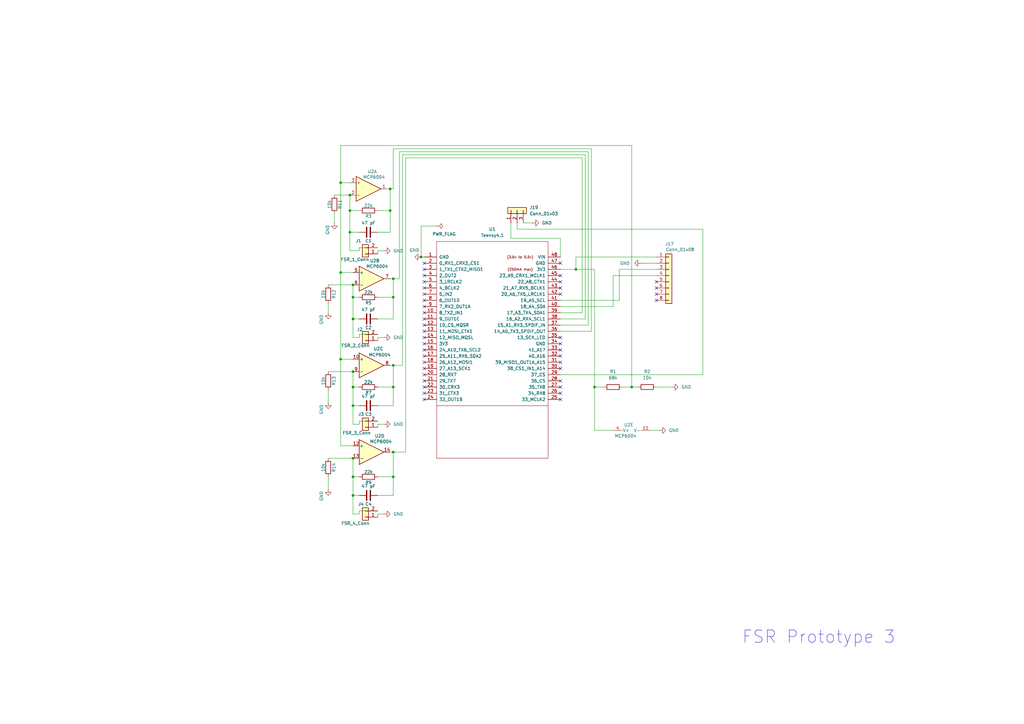
<source format=kicad_sch>
(kicad_sch (version 20250114) (generator "eeschema") (generator_version "9.0")
  (paper "A3")
  (lib_symbols
    (symbol "Amplifier_Operational:MCP6004" (pin_names (offset 0.127))
      (property "Reference" "U" (at 0 5.08 0))
      (property "Value" "MCP6004" (at 0 -5.08 0))
      (symbol "MCP6004_1_1"
        (polyline (pts (xy -5.08 5.08) (xy 5.08 0) (xy -5.08 -5.08) (xy -5.08 5.08)) (stroke (width 0.254)) (fill (type background)))
        (pin input line (at -7.62 2.54 0) (length 2.54) (name "+") (number "3"))
        (pin input line (at -7.62 -2.54 0) (length 2.54) (name "-") (number "2"))
        (pin output line (at 7.62 0 180) (length 2.54) (name "~") (number "1"))
      )
      (symbol "MCP6004_2_1"
        (polyline (pts (xy -5.08 5.08) (xy 5.08 0) (xy -5.08 -5.08) (xy -5.08 5.08)) (stroke (width 0.254)) (fill (type background)))
        (pin input line (at -7.62 2.54 0) (length 2.54) (name "+") (number "5"))
        (pin input line (at -7.62 -2.54 0) (length 2.54) (name "-") (number "6"))
        (pin output line (at 7.62 0 180) (length 2.54) (name "~") (number "7"))
      )
      (symbol "MCP6004_3_1"
        (polyline (pts (xy -5.08 5.08) (xy 5.08 0) (xy -5.08 -5.08) (xy -5.08 5.08)) (stroke (width 0.254)) (fill (type background)))
        (pin input line (at -7.62 2.54 0) (length 2.54) (name "+") (number "10"))
        (pin input line (at -7.62 -2.54 0) (length 2.54) (name "-") (number "9"))
        (pin output line (at 7.62 0 180) (length 2.54) (name "~") (number "8"))
      )
      (symbol "MCP6004_4_1"
        (polyline (pts (xy -5.08 5.08) (xy 5.08 0) (xy -5.08 -5.08) (xy -5.08 5.08)) (stroke (width 0.254)) (fill (type background)))
        (pin input line (at -7.62 2.54 0) (length 2.54) (name "+") (number "12"))
        (pin input line (at -7.62 -2.54 0) (length 2.54) (name "-") (number "13"))
        (pin output line (at 7.62 0 180) (length 2.54) (name "~") (number "14"))
      )
      (symbol "MCP6004_5_1"
        (pin power_in line (at -2.54 7.62 270) (length 3.81) (name "V+") (number "4"))
        (pin power_in line (at -2.54 -7.62 90) (length 3.81) (name "V-") (number "11"))
      )
    )
    (symbol "Connector_Generic:Conn_01x02" (pin_names (offset 1.016) (hide yes))
      (property "Reference" "J" (at 0 2.54 0))
      (property "Value" "Conn_01x02" (at 0 -5.08 0))
      (symbol "Conn_01x02_1_1"
        (rectangle (start -1.27 1.27) (end 1.27 -3.81) (stroke (width 0.254)) (fill (type background)))
        (rectangle (start -1.27 0.127) (end 0 -0.127) (stroke (width 0.1524)))
        (rectangle (start -1.27 -2.413) (end 0 -2.667) (stroke (width 0.1524)))
        (pin passive line (at -5.08 0 0) (length 3.81) (name "Pin_1") (number "1"))
        (pin passive line (at -5.08 -2.54 0) (length 3.81) (name "Pin_2") (number "2"))
      )
    )
    (symbol "Connector_Generic:Conn_01x03" (pin_names (offset 1.016) (hide yes))
      (property "Reference" "J" (at 0 5.08 0))
      (property "Value" "Conn_01x03" (at 0 -5.08 0))
      (symbol "Conn_01x03_1_1"
        (rectangle (start -1.27 3.81) (end 1.27 -3.81) (stroke (width 0.254)) (fill (type background)))
        (rectangle (start -1.27 2.667) (end 0 2.413) (stroke (width 0.1524)))
        (rectangle (start -1.27 0.127) (end 0 -0.127) (stroke (width 0.1524)))
        (rectangle (start -1.27 -2.413) (end 0 -2.667) (stroke (width 0.1524)))
        (pin passive line (at -5.08 2.54 0) (length 3.81) (name "Pin_1") (number "1"))
        (pin passive line (at -5.08 0 0) (length 3.81) (name "Pin_2") (number "2"))
        (pin passive line (at -5.08 -2.54 0) (length 3.81) (name "Pin_3") (number "3"))
      )
    )
    (symbol "Connector_Generic:Conn_01x08" (pin_names (offset 1.016) (hide yes))
      (property "Reference" "J" (at 0 10.16 0))
      (property "Value" "Conn_01x08" (at 0 -12.7 0))
      (symbol "Conn_01x08_1_1"
        (rectangle (start -1.27 8.89) (end 1.27 -11.43) (stroke (width 0.254)) (fill (type background)))
        (rectangle (start -1.27 7.747) (end 0 7.493) (stroke (width 0.1524)))
        (rectangle (start -1.27 5.207) (end 0 4.953) (stroke (width 0.1524)))
        (rectangle (start -1.27 2.667) (end 0 2.413) (stroke (width 0.1524)))
        (rectangle (start -1.27 0.127) (end 0 -0.127) (stroke (width 0.1524)))
        (rectangle (start -1.27 -2.413) (end 0 -2.667) (stroke (width 0.1524)))
        (rectangle (start -1.27 -4.953) (end 0 -5.207) (stroke (width 0.1524)))
        (rectangle (start -1.27 -7.493) (end 0 -7.747) (stroke (width 0.1524)))
        (rectangle (start -1.27 -10.033) (end 0 -10.287) (stroke (width 0.1524)))
        (pin passive line (at -5.08 7.62 0) (length 3.81) (name "Pin_1") (number "1"))
        (pin passive line (at -5.08 5.08 0) (length 3.81) (name "Pin_2") (number "2"))
        (pin passive line (at -5.08 2.54 0) (length 3.81) (name "Pin_3") (number "3"))
        (pin passive line (at -5.08 0 0) (length 3.81) (name "Pin_4") (number "4"))
        (pin passive line (at -5.08 -2.54 0) (length 3.81) (name "Pin_5") (number "5"))
        (pin passive line (at -5.08 -5.08 0) (length 3.81) (name "Pin_6") (number "6"))
        (pin passive line (at -5.08 -7.62 0) (length 3.81) (name "Pin_7") (number "7"))
        (pin passive line (at -5.08 -10.16 0) (length 3.81) (name "Pin_8") (number "8"))
      )
    )
    (symbol "Device:C" (pin_numbers (hide yes)) (pin_names (offset 0.254))
      (property "Reference" "C" (at 0.635 2.54 0))
      (property "Value" "C" (at 0.635 -2.54 0))
      (symbol "C_0_1"
        (polyline (pts (xy -2.032 0.762) (xy 2.032 0.762)) (stroke (width 0.508)))
        (polyline (pts (xy -2.032 -0.762) (xy 2.032 -0.762)) (stroke (width 0.508)))
      )
      (symbol "C_1_1"
        (pin passive line (at 0 3.81 270) (length 2.794) (name "~") (number "1"))
        (pin passive line (at 0 -3.81 90) (length 2.794) (name "~") (number "2"))
      )
    )
    (symbol "Device:R" (pin_numbers (hide yes)) (pin_names (offset 0))
      (property "Reference" "R" (at 2.032 0 90))
      (property "Value" "R" (at 0 0 90))
      (symbol "R_0_1"
        (rectangle (start -1.016 -2.54) (end 1.016 2.54) (stroke (width 0.254)))
      )
      (symbol "R_1_1"
        (pin passive line (at 0 3.81 270) (length 1.27) (name "~") (number "1"))
        (pin passive line (at 0 -3.81 90) (length 1.27) (name "~") (number "2"))
      )
    )
    (symbol "power:GND" (power) (pin_numbers (hide yes)) (pin_names (offset 0) (hide yes))
      (property "Value" "GND" (at 0 -3.81 0))
      (symbol "GND_0_1"
        (polyline (pts (xy 0 0) (xy 0 -1.27) (xy 1.27 -1.27) (xy 0 -2.54) (xy -1.27 -1.27) (xy 0 -1.27)))
      )
      (symbol "GND_1_1"
        (pin power_in line (at 0 0 270) (length 0) (name "~") (number "1"))
      )
    )
    (symbol "power:PWR_FLAG" (power) (pin_numbers (hide yes)) (pin_names (offset 0) (hide yes))
      (property "Value" "PWR_FLAG" (at 0 3.81 0))
      (symbol "PWR_FLAG_0_0"
        (pin power_out line (at 0 0 90) (length 0) (name "~") (number "1"))
      )
      (symbol "PWR_FLAG_0_1"
        (polyline (pts (xy 0 0) (xy 0 1.27) (xy -1.016 1.905) (xy 0 2.54) (xy 1.016 1.905) (xy 0 1.27)))
      )
    )
    (symbol "teensy:Teensy4.1" (pin_names (offset 1.016))
      (property "Reference" "U1" (at 0 66.04 0))
      (property "Value" "Teensy4.1" (at 0 63.5 0))
      (symbol "Teensy4.1_0_0"
        (polyline (pts (xy -22.86 -6.35) (xy 22.86 -6.35)))
        (text "(3.6v to 5.5v)" (at 11.43 54.61 0) (effects (font (size 1.016 1.016))))
        (text "(250mA max)" (at 11.43 49.53 0) (effects (font (size 1.016 1.016))))
        (pin bidirectional line (at -27.94 44.45 0) (length 5.08) (name "3_LRCLK2") (number "5"))
        (pin bidirectional line (at -27.94 41.91 0) (length 5.08) (name "4_BCLK2") (number "6"))
        (pin bidirectional line (at -27.94 39.37 0) (length 5.08) (name "5_IN2") (number "7"))
        (pin bidirectional line (at -27.94 36.83 0) (length 5.08) (name "6_OUT1D") (number "8"))
        (pin bidirectional line (at -27.94 34.29 0) (length 5.08) (name "7_RX2_OUT1A") (number "9"))
        (pin bidirectional line (at -27.94 31.75 0) (length 5.08) (name "8_TX2_IN1") (number "10"))
        (pin bidirectional line (at -27.94 29.21 0) (length 5.08) (name "9_OUT1C") (number "11"))
        (pin bidirectional line (at -27.94 26.67 0) (length 5.08) (name "10_CS_MQSR") (number "12"))
        (pin bidirectional line (at -27.94 24.13 0) (length 5.08) (name "11_MOSI_CTX1") (number "13"))
        (pin bidirectional line (at -27.94 21.59 0) (length 5.08) (name "12_MISO_MQSL") (number "14"))
        (pin power_in line (at -27.94 19.05 0) (length 5.08) (name "3V3") (number "15"))
        (pin bidirectional line (at -27.94 16.51 0) (length 5.08) (name "24_A10_TX6_SCL2") (number "16"))
        (pin bidirectional line (at -27.94 13.97 0) (length 5.08) (name "25_A11_RX6_SDA2") (number "17"))
        (pin bidirectional line (at -27.94 11.43 0) (length 5.08) (name "26_A12_MOSI1") (number "18"))
        (pin bidirectional line (at -27.94 8.89 0) (length 5.08) (name "27_A13_SCK1") (number "19"))
        (pin bidirectional line (at -27.94 6.35 0) (length 5.08) (name "28_RX7") (number "20"))
        (pin bidirectional line (at -27.94 3.81 0) (length 5.08) (name "29_TX7") (number "21"))
        (pin bidirectional line (at -27.94 1.27 0) (length 5.08) (name "30_CRX3") (number "22"))
        (pin bidirectional line (at -27.94 -1.27 0) (length 5.08) (name "31_CTX3") (number "23"))
        (pin bidirectional line (at -27.94 -3.81 0) (length 5.08) (name "32_OUT1B") (number "24"))
        (pin output line (at 27.94 52.07 180) (length 5.08) (name "GND") (number "47"))
        (pin bidirectional line (at 27.94 46.99 180) (length 5.08) (name "23_A9_CRX1_MCLK1") (number "45"))
        (pin bidirectional line (at 27.94 44.45 180) (length 5.08) (name "22_A8_CTX1") (number "44"))
        (pin bidirectional line (at 27.94 41.91 180) (length 5.08) (name "21_A7_RX5_BCLK1") (number "43"))
        (pin bidirectional line (at 27.94 39.37 180) (length 5.08) (name "20_A6_TX5_LRCLK1") (number "42"))
        (pin bidirectional line (at 27.94 36.83 180) (length 5.08) (name "19_A5_SCL") (number "41"))
        (pin bidirectional line (at 27.94 34.29 180) (length 5.08) (name "18_A4_SDA") (number "40"))
        (pin bidirectional line (at 27.94 31.75 180) (length 5.08) (name "17_A3_TX4_SDA1") (number "39"))
        (pin bidirectional line (at 27.94 29.21 180) (length 5.08) (name "16_A2_RX4_SCL1") (number "38"))
        (pin bidirectional line (at 27.94 26.67 180) (length 5.08) (name "15_A1_RX3_SPDIF_IN") (number "37"))
        (pin bidirectional line (at 27.94 24.13 180) (length 5.08) (name "14_A0_TX3_SPDIF_OUT") (number "36"))
        (pin bidirectional line (at 27.94 21.59 180) (length 5.08) (name "13_SCK_LED") (number "35"))
        (pin bidirectional line (at 27.94 16.51 180) (length 5.08) (name "41_A17") (number "33"))
        (pin bidirectional line (at 27.94 13.97 180) (length 5.08) (name "40_A16") (number "32"))
        (pin bidirectional line (at 27.94 6.35 180) (length 5.08) (name "37_CS") (number "29"))
        (pin bidirectional line (at 27.94 3.81 180) (length 5.08) (name "36_CS") (number "28"))
        (pin bidirectional line (at 27.94 1.27 180) (length 5.08) (name "35_TX8") (number "27"))
        (pin bidirectional line (at 27.94 -1.27 180) (length 5.08) (name "34_RX8") (number "26"))
        (pin bidirectional line (at 27.94 -3.81 180) (length 5.08) (name "33_MCLK2") (number "25"))
      )
      (symbol "Teensy4.1_0_1"
        (rectangle (start -22.86 60.96) (end 22.86 -27.94))
        (rectangle (start -20.32 -1.27) (end -20.32 -1.27))
      )
      (symbol "Teensy4.1_1_0"
        (pin power_out line (at 27.94 54.61 180) (length 5.08) (name "VIN") (number "48"))
        (pin power_out line (at 27.94 49.53 180) (length 5.08) (name "3V3") (number "46"))
        (pin bidirectional line (at 27.94 11.43 180) (length 5.08) (name "39_MISO1_OUT1A_A15") (number "31"))
        (pin bidirectional line (at 27.94 8.89 180) (length 5.08) (name "38_CS1_IN1_A14") (number "30"))
      )
      (symbol "Teensy4.1_1_1"
        (pin power_in line (at -27.94 54.61 0) (length 5.08) (name "GND") (number "1"))
        (pin bidirectional line (at -27.94 52.07 0) (length 5.08) (name "0_RX1_CRX2_CS1") (number "2"))
        (pin bidirectional line (at -27.94 49.53 0) (length 5.08) (name "1_TX1_CTX2_MISO1") (number "3"))
        (pin bidirectional line (at -27.94 46.99 0) (length 5.08) (name "2_OUT2") (number "4"))
        (pin power_in line (at 27.94 19.05 180) (length 5.08) (name "GND") (number "34"))
      )
    )
  )
  (text "FSR Prototype 3" (at 335.788 261.366 0) (effects (font (size 5.08 5.08))))
  (junction (at 243.84 158.75))
  (junction (at 144.78 130.81))
  (junction (at 139.7 111.76))
  (junction (at 236.22 110.49))
  (junction (at 144.78 116.84))
  (junction (at 139.7 147.32))
  (junction (at 144.78 203.2))
  (junction (at 161.29 158.75))
  (junction (at 161.29 149.86))
  (junction (at 144.78 187.96))
  (junction (at 161.29 195.58))
  (junction (at 139.7 74.93))
  (junction (at 144.78 158.75))
  (junction (at 144.78 195.58))
  (junction (at 143.51 80.01))
  (junction (at 259.08 158.75))
  (junction (at 143.51 95.25))
  (junction (at 172.72 105.41))
  (junction (at 144.78 166.37))
  (junction (at 161.29 114.3))
  (junction (at 144.78 152.4))
  (junction (at 160.02 86.36))
  (junction (at 143.51 86.36))
  (junction (at 161.29 121.92))
  (junction (at 161.29 185.42))
  (junction (at 160.02 77.47))
  (junction (at 144.78 121.92))
  (no_connect (at 173.99 130.81))
  (no_connect (at 173.99 128.27))
  (no_connect (at 173.99 158.75))
  (no_connect (at 229.87 118.11))
  (no_connect (at 229.87 115.57))
  (no_connect (at 269.24 120.65))
  (no_connect (at 173.99 140.97))
  (no_connect (at 269.24 115.57))
  (no_connect (at 229.87 138.43))
  (no_connect (at 229.87 113.03))
  (no_connect (at 229.87 120.65))
  (no_connect (at 269.24 118.11))
  (no_connect (at 173.99 148.59))
  (no_connect (at 173.99 115.57))
  (no_connect (at 229.87 107.95))
  (no_connect (at 173.99 133.35))
  (no_connect (at 229.87 156.21))
  (no_connect (at 173.99 143.51))
  (no_connect (at 173.99 156.21))
  (no_connect (at 229.87 146.05))
  (no_connect (at 173.99 135.89))
  (no_connect (at 173.99 161.29))
  (no_connect (at 229.87 158.75))
  (no_connect (at 229.87 163.83))
  (no_connect (at 173.99 110.49))
  (no_connect (at 229.87 140.97))
  (no_connect (at 173.99 153.67))
  (no_connect (at 229.87 161.29))
  (no_connect (at 173.99 163.83))
  (no_connect (at 173.99 123.19))
  (no_connect (at 269.24 123.19))
  (no_connect (at 173.99 120.65))
  (no_connect (at 173.99 125.73))
  (no_connect (at 229.87 151.13))
  (no_connect (at 173.99 113.03))
  (no_connect (at 173.99 138.43))
  (no_connect (at 229.87 143.51))
  (no_connect (at 173.99 146.05))
  (no_connect (at 173.99 151.13))
  (no_connect (at 173.99 118.11))
  (no_connect (at 229.87 148.59))
  (no_connect (at 173.99 107.95))
  (wire (pts (xy 147.32 102.87) (xy 143.51 102.87)))
  (wire (pts (xy 134.62 116.84) (xy 144.78 116.84)))
  (wire (pts (xy 154.94 138.43) (xy 154.94 139.7)))
  (wire (pts (xy 172.72 92.71) (xy 172.72 105.41)))
  (wire (pts (xy 154.94 101.6) (xy 147.32 101.6)))
  (wire (pts (xy 154.94 130.81) (xy 161.29 130.81)))
  (wire (pts (xy 160.02 149.86) (xy 161.29 149.86)))
  (wire (pts (xy 269.24 105.41) (xy 236.22 105.41)))
  (wire (pts (xy 240.03 130.81) (xy 229.87 130.81)))
  (wire (pts (xy 147.32 121.92) (xy 144.78 121.92)))
  (wire (pts (xy 161.29 158.75) (xy 161.29 166.37)))
  (wire (pts (xy 147.32 130.81) (xy 144.78 130.81)))
  (wire (pts (xy 134.62 187.96) (xy 144.78 187.96)))
  (wire (pts (xy 144.78 166.37) (xy 144.78 173.99)))
  (wire (pts (xy 139.7 111.76) (xy 139.7 147.32)))
  (wire (pts (xy 160.02 185.42) (xy 161.29 185.42)))
  (wire (pts (xy 243.84 176.53) (xy 243.84 158.75)))
  (wire (pts (xy 212.09 93.98) (xy 212.09 91.44)))
  (wire (pts (xy 269.24 107.95) (xy 262.89 107.95)))
  (wire (pts (xy 209.55 97.79) (xy 229.87 97.79)))
  (wire (pts (xy 137.16 80.01) (xy 143.51 80.01)))
  (wire (pts (xy 147.32 137.16) (xy 147.32 138.43)))
  (wire (pts (xy 154.94 138.43) (xy 157.48 138.43)))
  (wire (pts (xy 179.07 92.71) (xy 172.72 92.71)))
  (wire (pts (xy 147.32 95.25) (xy 143.51 95.25)))
  (wire (pts (xy 154.94 210.82) (xy 154.94 212.09)))
  (wire (pts (xy 251.46 113.03) (xy 251.46 125.73)))
  (wire (pts (xy 161.29 121.92) (xy 161.29 114.3)))
  (wire (pts (xy 139.7 74.93) (xy 139.7 111.76)))
  (wire (pts (xy 147.32 195.58) (xy 144.78 195.58)))
  (wire (pts (xy 139.7 59.69) (xy 259.08 59.69)))
  (wire (pts (xy 143.51 86.36) (xy 143.51 80.01)))
  (wire (pts (xy 209.55 91.44) (xy 209.55 97.79)))
  (wire (pts (xy 147.32 158.75) (xy 144.78 158.75)))
  (wire (pts (xy 154.94 166.37) (xy 161.29 166.37)))
  (wire (pts (xy 288.29 153.67) (xy 288.29 93.98)))
  (wire (pts (xy 161.29 77.47) (xy 160.02 77.47)))
  (wire (pts (xy 160.02 77.47) (xy 160.02 86.36)))
  (wire (pts (xy 139.7 147.32) (xy 139.7 182.88)))
  (wire (pts (xy 242.57 135.89) (xy 229.87 135.89)))
  (wire (pts (xy 259.08 158.75) (xy 261.62 158.75)))
  (wire (pts (xy 154.94 195.58) (xy 161.29 195.58)))
  (wire (pts (xy 147.32 210.82) (xy 144.78 210.82)))
  (wire (pts (xy 139.7 182.88) (xy 144.78 182.88)))
  (wire (pts (xy 163.83 114.3) (xy 163.83 62.23)))
  (wire (pts (xy 251.46 176.53) (xy 243.84 176.53)))
  (wire (pts (xy 144.78 121.92) (xy 144.78 116.84)))
  (wire (pts (xy 161.29 60.96) (xy 161.29 77.47)))
  (wire (pts (xy 160.02 86.36) (xy 160.02 95.25)))
  (wire (pts (xy 134.62 160.02) (xy 134.62 165.1)))
  (wire (pts (xy 144.78 152.4) (xy 144.78 158.75)))
  (wire (pts (xy 154.94 137.16) (xy 147.32 137.16)))
  (wire (pts (xy 147.32 172.72) (xy 147.32 173.99)))
  (wire (pts (xy 238.76 64.77) (xy 238.76 128.27)))
  (wire (pts (xy 243.84 110.49) (xy 243.84 158.75)))
  (wire (pts (xy 154.94 209.55) (xy 147.32 209.55)))
  (wire (pts (xy 154.94 121.92) (xy 161.29 121.92)))
  (wire (pts (xy 254 110.49) (xy 254 123.19)))
  (wire (pts (xy 144.78 195.58) (xy 144.78 203.2)))
  (wire (pts (xy 134.62 152.4) (xy 144.78 152.4)))
  (wire (pts (xy 163.83 62.23) (xy 241.3 62.23)))
  (wire (pts (xy 161.29 195.58) (xy 161.29 203.2)))
  (wire (pts (xy 172.72 105.41) (xy 173.99 105.41)))
  (wire (pts (xy 144.78 203.2) (xy 144.78 210.82)))
  (wire (pts (xy 137.16 87.63) (xy 137.16 91.44)))
  (wire (pts (xy 154.94 86.36) (xy 160.02 86.36)))
  (wire (pts (xy 161.29 130.81) (xy 161.29 121.92)))
  (wire (pts (xy 154.94 158.75) (xy 161.29 158.75)))
  (wire (pts (xy 288.29 93.98) (xy 212.09 93.98)))
  (wire (pts (xy 240.03 63.5) (xy 240.03 130.81)))
  (wire (pts (xy 158.75 77.47) (xy 160.02 77.47)))
  (wire (pts (xy 236.22 110.49) (xy 229.87 110.49)))
  (wire (pts (xy 255.27 158.75) (xy 259.08 158.75)))
  (wire (pts (xy 243.84 158.75) (xy 247.65 158.75)))
  (wire (pts (xy 161.29 185.42) (xy 166.37 185.42)))
  (wire (pts (xy 166.37 185.42) (xy 166.37 64.77)))
  (wire (pts (xy 147.32 138.43) (xy 144.78 138.43)))
  (wire (pts (xy 147.32 86.36) (xy 143.51 86.36)))
  (wire (pts (xy 161.29 114.3) (xy 163.83 114.3)))
  (wire (pts (xy 154.94 102.87) (xy 157.48 102.87)))
  (wire (pts (xy 161.29 149.86) (xy 165.1 149.86)))
  (wire (pts (xy 139.7 59.69) (xy 139.7 74.93)))
  (wire (pts (xy 144.78 138.43) (xy 144.78 130.81)))
  (wire (pts (xy 154.94 95.25) (xy 160.02 95.25)))
  (wire (pts (xy 266.7 176.53) (xy 270.51 176.53)))
  (wire (pts (xy 236.22 105.41) (xy 236.22 110.49)))
  (wire (pts (xy 269.24 158.75) (xy 275.59 158.75)))
  (wire (pts (xy 241.3 62.23) (xy 241.3 133.35)))
  (wire (pts (xy 139.7 111.76) (xy 144.78 111.76)))
  (wire (pts (xy 242.57 60.96) (xy 242.57 135.89)))
  (wire (pts (xy 166.37 64.77) (xy 238.76 64.77)))
  (wire (pts (xy 154.94 172.72) (xy 147.32 172.72)))
  (wire (pts (xy 161.29 185.42) (xy 161.29 195.58)))
  (wire (pts (xy 144.78 158.75) (xy 144.78 166.37)))
  (wire (pts (xy 154.94 173.99) (xy 157.48 173.99)))
  (wire (pts (xy 229.87 97.79) (xy 229.87 105.41)))
  (wire (pts (xy 139.7 74.93) (xy 143.51 74.93)))
  (wire (pts (xy 259.08 158.75) (xy 259.08 59.69)))
  (wire (pts (xy 147.32 173.99) (xy 144.78 173.99)))
  (wire (pts (xy 144.78 130.81) (xy 144.78 121.92)))
  (wire (pts (xy 154.94 173.99) (xy 154.94 175.26)))
  (wire (pts (xy 134.62 195.58) (xy 134.62 200.66)))
  (wire (pts (xy 154.94 210.82) (xy 157.48 210.82)))
  (wire (pts (xy 147.32 101.6) (xy 147.32 102.87)))
  (wire (pts (xy 147.32 209.55) (xy 147.32 210.82)))
  (wire (pts (xy 139.7 147.32) (xy 144.78 147.32)))
  (wire (pts (xy 254 123.19) (xy 229.87 123.19)))
  (wire (pts (xy 214.63 91.44) (xy 218.44 91.44)))
  (wire (pts (xy 160.02 114.3) (xy 161.29 114.3)))
  (wire (pts (xy 229.87 153.67) (xy 288.29 153.67)))
  (wire (pts (xy 161.29 60.96) (xy 242.57 60.96)))
  (wire (pts (xy 251.46 125.73) (xy 229.87 125.73)))
  (wire (pts (xy 238.76 128.27) (xy 229.87 128.27)))
  (wire (pts (xy 165.1 63.5) (xy 240.03 63.5)))
  (wire (pts (xy 269.24 113.03) (xy 251.46 113.03)))
  (wire (pts (xy 154.94 102.87) (xy 154.94 104.14)))
  (wire (pts (xy 243.84 110.49) (xy 236.22 110.49)))
  (wire (pts (xy 147.32 203.2) (xy 144.78 203.2)))
  (wire (pts (xy 144.78 187.96) (xy 144.78 195.58)))
  (wire (pts (xy 147.32 166.37) (xy 144.78 166.37)))
  (wire (pts (xy 165.1 149.86) (xy 165.1 63.5)))
  (wire (pts (xy 134.62 124.46) (xy 134.62 128.27)))
  (wire (pts (xy 143.51 86.36) (xy 143.51 95.25)))
  (wire (pts (xy 269.24 110.49) (xy 254 110.49)))
  (wire (pts (xy 161.29 149.86) (xy 161.29 158.75)))
  (wire (pts (xy 154.94 203.2) (xy 161.29 203.2)))
  (wire (pts (xy 143.51 102.87) (xy 143.51 95.25)))
  (wire (pts (xy 229.87 133.35) (xy 241.3 133.35)))
  (symbol (lib_id "Device:R") (at 134.62 120.65 180) (unit 1)
    (property "Reference" "R12" (at 136.906 120.65 90))
    (property "Value" "10k" (at 132.588 120.65 90))
    (property "Footprint" "Resistor_SMD:R_1206_3216Metric" (effects (hide yes)))
    (property "Description" "Resistor" (effects (hide yes)))
  )
  (symbol (lib_id "power:GND") (at 218.44 91.44 90) (unit 1)
    (property "Reference" "#PWR058" (effects (hide yes)))
    (property "Value" "GND" (at 222.25 91.44 90) (effects (justify right)))
    (property "Description" "Power symbol creates a global label with name \"GND\" , ground" (effects (hide yes)))
  )
  (symbol (lib_id "Amplifier_Operational:MCP6004") (at 151.13 77.47 0) (unit 1)
    (property "Reference" "U2" (at 152.654 70.358 0))
    (property "Value" "MCP6004" (at 153.416 72.644 0))
    (property "Footprint" "Package_DIP:DIP-14_W7.62mm" (effects (hide yes)))
    (property "Datasheet" "http://ww1.microchip.com/downloads/en/DeviceDoc/21733j.pdf" (effects (hide yes)))
    (property "Description" "1MHz, Low-Power Op Amp, DIP-14/SOIC-14/TSSOP-14" (effects (hide yes)))
  )
  (symbol (lib_id "teensy:Teensy4.1") (at 201.93 160.02 0) (unit 1)
    (property "Reference" "U1" (at 201.93 93.98 0))
    (property "Value" "Teensy4.1" (at 201.93 96.52 0))
    (property "Footprint" "MyTeensyLiv:Teensy_4.1" (effects (hide yes)))
  )
  (symbol (lib_id "Amplifier_Operational:MCP6004") (at 152.4 114.3 0) (unit 2)
    (property "Reference" "U2" (at 153.67 106.934 0))
    (property "Value" "MCP6004" (at 154.686 109.22 0))
    (property "Footprint" "Package_DIP:DIP-14_W7.62mm" (effects (hide yes)))
    (property "Datasheet" "http://ww1.microchip.com/downloads/en/DeviceDoc/21733j.pdf" (effects (hide yes)))
    (property "Description" "1MHz, Low-Power Op Amp, DIP-14/SOIC-14/TSSOP-14" (effects (hide yes)))
  )
  (symbol (lib_id "Device:R") (at 265.43 158.75 90) (unit 1)
    (property "Reference" "R2" (at 265.43 152.4 90))
    (property "Value" "10k" (at 265.43 154.94 90))
    (property "Footprint" "Resistor_SMD:R_1206_3216Metric" (effects (hide yes)))
    (property "Description" "Resistor" (effects (hide yes)))
  )
  (symbol (lib_id "Device:R") (at 134.62 156.21 180) (unit 1)
    (property "Reference" "R13" (at 136.906 156.21 90))
    (property "Value" "10k" (at 132.588 156.21 90))
    (property "Footprint" "Resistor_SMD:R_1206_3216Metric" (effects (hide yes)))
    (property "Description" "Resistor" (effects (hide yes)))
  )
  (symbol (lib_id "Device:R") (at 134.62 191.77 180) (unit 1)
    (property "Reference" "R14" (at 136.906 191.77 90))
    (property "Value" "10k" (at 132.588 191.77 90))
    (property "Footprint" "Resistor_SMD:R_1206_3216Metric" (effects (hide yes)))
    (property "Description" "Resistor" (effects (hide yes)))
  )
  (symbol (lib_id "Device:C") (at 151.13 130.81 90) (unit 1)
    (property "Reference" "C2" (at 151.13 134.366 90))
    (property "Value" "47 pF" (at 151.13 127 90))
    (property "Footprint" "Capacitor_SMD:C_1206_3216Metric" (effects (hide yes)))
    (property "Description" "Unpolarized capacitor" (effects (hide yes)))
  )
  (symbol (lib_id "Device:C") (at 151.13 95.25 90) (unit 1)
    (property "Reference" "C1" (at 151.13 98.806 90))
    (property "Value" "47 pF" (at 151.13 91.44 90))
    (property "Footprint" "Capacitor_SMD:C_1206_3216Metric" (effects (hide yes)))
    (property "Description" "Unpolarized capacitor" (effects (hide yes)))
  )
  (symbol (lib_id "Device:R") (at 151.13 195.58 90) (unit 1)
    (property "Reference" "R9" (at 151.13 197.866 90))
    (property "Value" "22k" (at 151.13 193.548 90))
    (property "Footprint" "Resistor_SMD:R_1206_3216Metric" (effects (hide yes)))
    (property "Description" "Resistor" (effects (hide yes)))
  )
  (symbol (lib_id "Device:R") (at 151.13 158.75 90) (unit 1)
    (property "Reference" "R7" (at 151.13 161.036 90))
    (property "Value" "22k" (at 151.13 156.718 90))
    (property "Footprint" "Resistor_SMD:R_1206_3216Metric" (effects (hide yes)))
    (property "Description" "Resistor" (effects (hide yes)))
  )
  (symbol (lib_id "power:GND") (at 262.89 107.95 270) (unit 1)
    (property "Reference" "#PWR056" (effects (hide yes)))
    (property "Value" "GND" (at 258.318 107.95 90) (effects (justify right)))
    (property "Description" "Power symbol creates a global label with name \"GND\" , ground" (effects (hide yes)))
  )
  (symbol (lib_id "Device:R") (at 251.46 158.75 90) (unit 1)
    (property "Reference" "R1" (at 251.46 152.4 90))
    (property "Value" "68k" (at 251.46 154.94 90))
    (property "Footprint" "Resistor_SMD:R_1206_3216Metric" (effects (hide yes)))
    (property "Description" "Resistor" (effects (hide yes)))
  )
  (symbol (lib_id "Device:C") (at 151.13 166.37 90) (unit 1)
    (property "Reference" "C3" (at 151.13 169.926 90))
    (property "Value" "47 pF" (at 151.13 162.56 90))
    (property "Footprint" "Capacitor_SMD:C_1206_3216Metric" (effects (hide yes)))
    (property "Description" "Unpolarized capacitor" (effects (hide yes)))
  )
  (symbol (lib_id "Connector_Generic:Conn_01x02") (at 149.86 175.26 180) (unit 1)
    (property "Reference" "J3" (at 148.082 169.926 0))
    (property "Value" "FSR_3_Conn" (at 146.304 177.546 0))
    (property "Footprint" "Connector_Molex:Molex_KK-254_AE-6410-02A_1x02_P2.54mm_Vertical" (effects (hide yes)))
    (property "Description" "Generic connector, single row, 01x02, script generated (kicad-library-utils/schlib/autogen/connector/)" (effects (hide yes)))
  )
  (symbol (lib_id "Connector_Generic:Conn_01x02") (at 149.86 139.7 180) (unit 1)
    (property "Reference" "J2" (at 147.574 135.128 0))
    (property "Value" "FSR_2_Conn" (at 145.796 141.732 0))
    (property "Footprint" "Connector_Molex:Molex_KK-254_AE-6410-02A_1x02_P2.54mm_Vertical" (effects (hide yes)))
    (property "Description" "Generic connector, single row, 01x02, script generated (kicad-library-utils/schlib/autogen/connector/)" (effects (hide yes)))
  )
  (symbol (lib_id "Connector_Generic:Conn_01x02") (at 149.86 104.14 180) (unit 1)
    (property "Reference" "J1" (at 147.066 98.806 0))
    (property "Value" "FSR_1_Conn" (at 145.542 106.426 0))
    (property "Footprint" "Connector_Molex:Molex_KK-254_AE-6410-02A_1x02_P2.54mm_Vertical" (effects (hide yes)))
    (property "Description" "Generic connector, single row, 01x02, script generated (kicad-library-utils/schlib/autogen/connector/)" (effects (hide yes)))
  )
  (symbol (lib_id "power:GND") (at 134.62 200.66 0) (unit 1)
    (property "Reference" "#PWR011" (effects (hide yes)))
    (property "Value" "GND" (at 131.826 201.422 90) (effects (justify right)))
    (property "Description" "Power symbol creates a global label with name \"GND\" , ground" (effects (hide yes)))
  )
  (symbol (lib_id "Amplifier_Operational:MCP6004") (at 152.4 185.42 0) (unit 4)
    (property "Reference" "U2" (at 155.702 178.816 0))
    (property "Value" "MCP6004" (at 156.21 181.102 0))
    (property "Footprint" "Package_DIP:DIP-14_W7.62mm" (effects (hide yes)))
    (property "Datasheet" "http://ww1.microchip.com/downloads/en/DeviceDoc/21733j.pdf" (effects (hide yes)))
    (property "Description" "1MHz, Low-Power Op Amp, DIP-14/SOIC-14/TSSOP-14" (effects (hide yes)))
  )
  (symbol (lib_id "power:GND") (at 134.62 128.27 0) (unit 1)
    (property "Reference" "#PWR09" (effects (hide yes)))
    (property "Value" "GND" (at 131.826 129.032 90) (effects (justify right)))
    (property "Description" "Power symbol creates a global label with name \"GND\" , ground" (effects (hide yes)))
  )
  (symbol (lib_id "Device:R") (at 151.13 121.92 90) (unit 1)
    (property "Reference" "R5" (at 151.13 124.206 90))
    (property "Value" "22k" (at 151.13 119.888 90))
    (property "Footprint" "Resistor_SMD:R_1206_3216Metric" (effects (hide yes)))
    (property "Description" "Resistor" (effects (hide yes)))
  )
  (symbol (lib_id "Amplifier_Operational:MCP6004") (at 152.4 149.86 0) (unit 3)
    (property "Reference" "U2" (at 155.194 143.002 0))
    (property "Value" "MCP6004" (at 155.702 145.542 0))
    (property "Footprint" "Package_DIP:DIP-14_W7.62mm" (effects (hide yes)))
    (property "Datasheet" "http://ww1.microchip.com/downloads/en/DeviceDoc/21733j.pdf" (effects (hide yes)))
    (property "Description" "1MHz, Low-Power Op Amp, DIP-14/SOIC-14/TSSOP-14" (effects (hide yes)))
  )
  (symbol (lib_id "power:GND") (at 270.51 176.53 90) (unit 1)
    (property "Reference" "#PWR03" (effects (hide yes)))
    (property "Value" "GND" (at 274.32 176.5299 90) (effects (justify right)))
    (property "Description" "Power symbol creates a global label with name \"GND\" , ground" (effects (hide yes)))
  )
  (symbol (lib_id "power:GND") (at 275.59 158.75 90) (unit 1)
    (property "Reference" "#PWR02" (effects (hide yes)))
    (property "Value" "GND" (at 279.4 158.7499 90) (effects (justify right)))
    (property "Description" "Power symbol creates a global label with name \"GND\" , ground" (effects (hide yes)))
  )
  (symbol (lib_id "Connector_Generic:Conn_01x02") (at 149.86 212.09 180) (unit 1)
    (property "Reference" "J4" (at 148.082 206.756 0))
    (property "Value" "FSR_4_Conn" (at 145.796 214.63 0))
    (property "Footprint" "Connector_Molex:Molex_KK-254_AE-6410-02A_1x02_P2.54mm_Vertical" (effects (hide yes)))
    (property "Description" "Generic connector, single row, 01x02, script generated (kicad-library-utils/schlib/autogen/connector/)" (effects (hide yes)))
  )
  (symbol (lib_id "Amplifier_Operational:MCP6004") (at 259.08 173.99 90) (unit 5)
    (property "Reference" "U2" (at 259.842 174.244 90) (effects (justify left)))
    (property "Value" "MCP6004" (at 261.112 178.816 90) (effects (justify left)))
    (property "Footprint" "Package_DIP:DIP-14_W7.62mm" (effects (hide yes)))
    (property "Datasheet" "http://ww1.microchip.com/downloads/en/DeviceDoc/21733j.pdf" (effects (hide yes)))
    (property "Description" "1MHz, Low-Power Op Amp, DIP-14/SOIC-14/TSSOP-14" (effects (hide yes)))
  )
  (symbol (lib_id "Device:R") (at 137.16 83.82 180) (unit 1)
    (property "Reference" "R11" (at 139.446 83.82 90))
    (property "Value" "10k" (at 135.128 83.82 90))
    (property "Footprint" "Resistor_SMD:R_1206_3216Metric" (effects (hide yes)))
    (property "Description" "Resistor" (effects (hide yes)))
  )
  (symbol (lib_id "power:PWR_FLAG") (at 179.07 92.71 270) (unit 1)
    (property "Reference" "#FLG01" (effects (hide yes)))
    (property "Value" "PWR_FLAG" (at 177.292 96.012 90) (effects (justify left)))
    (property "Description" "Special symbol for telling ERC where power comes from" (effects (hide yes)))
  )
  (symbol (lib_id "power:GND") (at 157.48 173.99 90) (unit 1)
    (property "Reference" "#PWR06" (effects (hide yes)))
    (property "Value" "GND" (at 161.29 173.9899 90) (effects (justify right)))
    (property "Description" "Power symbol creates a global label with name \"GND\" , ground" (effects (hide yes)))
  )
  (symbol (lib_id "Connector_Generic:Conn_01x08") (at 274.32 113.03 0) (unit 1)
    (property "Reference" "J17" (at 272.796 100.076 0) (effects (justify left)))
    (property "Value" "Conn_01x08" (at 273.05 102.362 0) (effects (justify left)))
    (property "Footprint" "Connector_Molex:Molex_KK-254_AE-6410-08A_1x08_P2.54mm_Vertical" (effects (hide yes)))
    (property "Description" "Generic connector, single row, 01x08, script generated (kicad-library-utils/schlib/autogen/connector/)" (effects (hide yes)))
  )
  (symbol (lib_id "power:GND") (at 157.48 210.82 90) (unit 1)
    (property "Reference" "#PWR07" (effects (hide yes)))
    (property "Value" "GND" (at 161.29 210.8199 90) (effects (justify right)))
    (property "Description" "Power symbol creates a global label with name \"GND\" , ground" (effects (hide yes)))
  )
  (symbol (lib_id "Connector_Generic:Conn_01x03") (at 212.09 86.36 90) (unit 1)
    (property "Reference" "J19" (at 217.17 85.0899 90) (effects (justify right)))
    (property "Value" "Conn_01x03" (at 217.17 87.6299 90) (effects (justify right)))
    (property "Footprint" "Connector_Molex:Molex_PicoBlade_53047-0310_1x03_P1.25mm_Vertical" (effects (hide yes)))
    (property "Description" "Generic connector, single row, 01x03, script generated (kicad-library-utils/schlib/autogen/connector/)" (effects (hide yes)))
  )
  (symbol (lib_id "power:GND") (at 134.62 165.1 0) (unit 1)
    (property "Reference" "#PWR010" (effects (hide yes)))
    (property "Value" "GND" (at 131.826 165.862 90) (effects (justify right)))
    (property "Description" "Power symbol creates a global label with name \"GND\" , ground" (effects (hide yes)))
  )
  (symbol (lib_id "Device:R") (at 151.13 86.36 90) (unit 1)
    (property "Reference" "R3" (at 151.13 88.646 90))
    (property "Value" "22k" (at 151.13 84.328 90))
    (property "Footprint" "Resistor_SMD:R_1206_3216Metric" (effects (hide yes)))
    (property "Description" "Resistor" (effects (hide yes)))
  )
  (symbol (lib_id "power:GND") (at 157.48 138.43 90) (unit 1)
    (property "Reference" "#PWR05" (effects (hide yes)))
    (property "Value" "GND" (at 161.29 138.4299 90) (effects (justify right)))
    (property "Description" "Power symbol creates a global label with name \"GND\" , ground" (effects (hide yes)))
  )
  (symbol (lib_id "power:GND") (at 157.48 102.87 90) (unit 1)
    (property "Reference" "#PWR04" (effects (hide yes)))
    (property "Value" "GND" (at 161.29 102.8699 90) (effects (justify right)))
    (property "Description" "Power symbol creates a global label with name \"GND\" , ground" (effects (hide yes)))
  )
  (symbol (lib_id "Device:C") (at 151.13 203.2 90) (unit 1)
    (property "Reference" "C4" (at 151.13 206.756 90))
    (property "Value" "47 pF" (at 151.13 199.39 90))
    (property "Footprint" "Capacitor_SMD:C_1206_3216Metric" (effects (hide yes)))
    (property "Description" "Unpolarized capacitor" (effects (hide yes)))
  )
  (symbol (lib_id "power:GND") (at 172.72 105.41 270) (unit 1)
    (property "Reference" "#PWR01" (effects (hide yes)))
    (property "Value" "GND" (at 171.958 102.616 90) (effects (justify right)))
    (property "Description" "Power symbol creates a global label with name \"GND\" , ground" (effects (hide yes)))
  )
  (symbol (lib_id "power:GND") (at 137.16 91.44 0) (unit 1)
    (property "Reference" "#PWR08" (effects (hide yes)))
    (property "Value" "GND" (at 134.366 92.202 90) (effects (justify right)))
    (property "Description" "Power symbol creates a global label with name \"GND\" , ground" (effects (hide yes)))
  )
)
</source>
